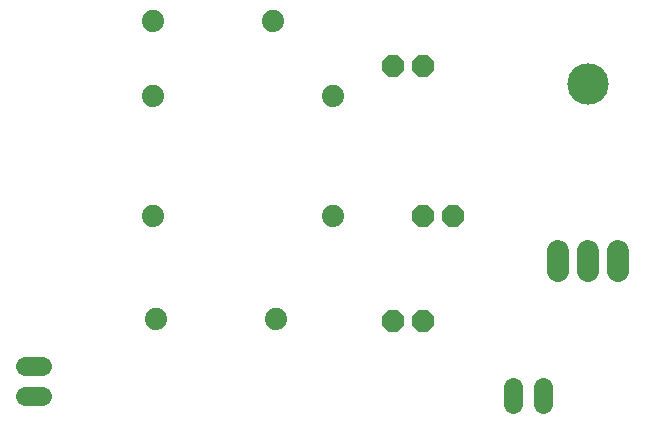
<source format=gbr>
G04 EAGLE Gerber RS-274X export*
G75*
%MOMM*%
%FSLAX34Y34*%
%LPD*%
%INSoldermask Top*%
%IPPOS*%
%AMOC8*
5,1,8,0,0,1.08239X$1,22.5*%
G01*
%ADD10C,1.625600*%
%ADD11P,1.951982X8X202.500000*%
%ADD12P,1.951982X8X22.500000*%
%ADD13C,1.879600*%
%ADD14C,1.879600*%
%ADD15C,3.505200*%


D10*
X520700Y18288D02*
X520700Y32512D01*
X495300Y32512D02*
X495300Y18288D01*
D11*
X419100Y304800D03*
X393700Y304800D03*
D12*
X393700Y88900D03*
X419100Y88900D03*
D11*
X444500Y177800D03*
X419100Y177800D03*
D13*
X190500Y279400D03*
X190500Y177800D03*
X193040Y90170D03*
X294640Y90170D03*
X342900Y279400D03*
X342900Y177800D03*
X292100Y342900D03*
X190500Y342900D03*
D10*
X96012Y25400D02*
X81788Y25400D01*
X81788Y50800D02*
X96012Y50800D01*
D14*
X533400Y131318D02*
X533400Y148082D01*
X558800Y148082D02*
X558800Y131318D01*
X584200Y131318D02*
X584200Y148082D01*
D15*
X558800Y289560D03*
M02*

</source>
